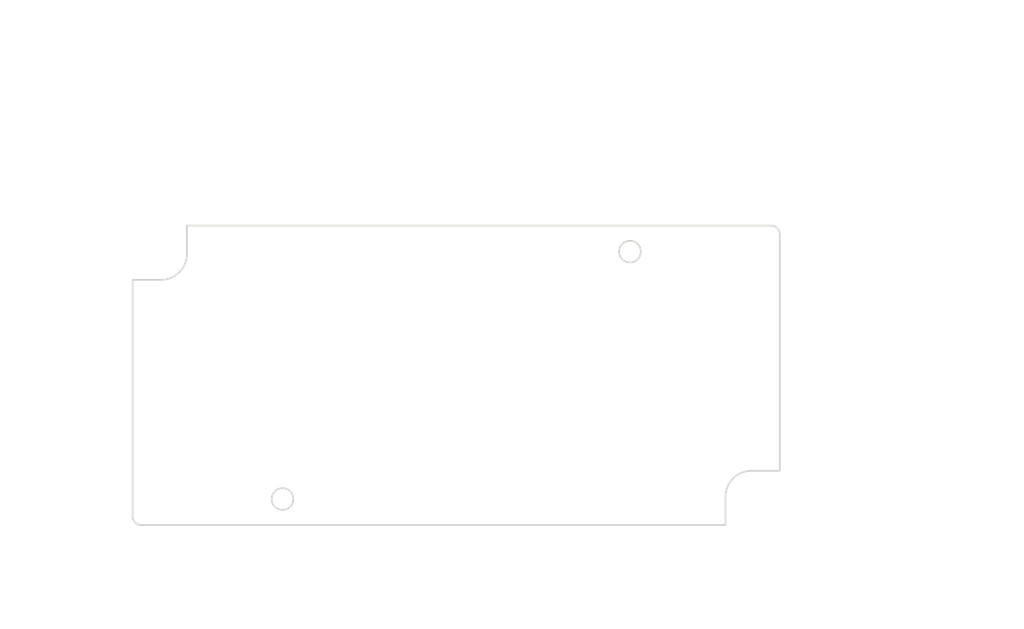
<source format=kicad_pcb>
(kicad_pcb (version 20171130) (host pcbnew "(5.1.0)-1")

  (general
    (thickness 1.6)
    (drawings 70)
    (tracks 0)
    (zones 0)
    (modules 0)
    (nets 1)
  )

  (page A4)
  (layers
    (0 F.Cu signal)
    (31 B.Cu signal)
    (32 B.Adhes user)
    (33 F.Adhes user)
    (34 B.Paste user)
    (35 F.Paste user)
    (36 B.SilkS user)
    (37 F.SilkS user)
    (38 B.Mask user)
    (39 F.Mask user)
    (40 Dwgs.User user)
    (41 Cmts.User user)
    (42 Eco1.User user)
    (43 Eco2.User user)
    (44 Edge.Cuts user)
    (45 Margin user)
    (46 B.CrtYd user)
    (47 F.CrtYd user)
    (48 B.Fab user)
    (49 F.Fab user)
  )

  (setup
    (last_trace_width 0.25)
    (trace_clearance 0.2)
    (zone_clearance 0.508)
    (zone_45_only no)
    (trace_min 0.2)
    (via_size 0.8)
    (via_drill 0.4)
    (via_min_size 0.4)
    (via_min_drill 0.3)
    (uvia_size 0.3)
    (uvia_drill 0.1)
    (uvias_allowed no)
    (uvia_min_size 0.2)
    (uvia_min_drill 0.1)
    (edge_width 0.05)
    (segment_width 0.2)
    (pcb_text_width 0.3)
    (pcb_text_size 1.5 1.5)
    (mod_edge_width 0.12)
    (mod_text_size 1 1)
    (mod_text_width 0.15)
    (pad_size 1.524 1.524)
    (pad_drill 0.762)
    (pad_to_mask_clearance 0.051)
    (solder_mask_min_width 0.25)
    (aux_axis_origin 0 0)
    (visible_elements FFFFFF7F)
    (pcbplotparams
      (layerselection 0x010fc_ffffffff)
      (usegerberextensions false)
      (usegerberattributes false)
      (usegerberadvancedattributes false)
      (creategerberjobfile false)
      (excludeedgelayer true)
      (linewidth 0.152400)
      (plotframeref false)
      (viasonmask false)
      (mode 1)
      (useauxorigin false)
      (hpglpennumber 1)
      (hpglpenspeed 20)
      (hpglpendiameter 15.000000)
      (psnegative false)
      (psa4output false)
      (plotreference true)
      (plotvalue true)
      (plotinvisibletext false)
      (padsonsilk false)
      (subtractmaskfromsilk false)
      (outputformat 1)
      (mirror false)
      (drillshape 1)
      (scaleselection 1)
      (outputdirectory ""))
  )

  (net 0 "")

  (net_class Default "This is the default net class."
    (clearance 0.2)
    (trace_width 0.25)
    (via_dia 0.8)
    (via_drill 0.4)
    (uvia_dia 0.3)
    (uvia_drill 0.1)
  )

  (gr_line (start 176.902012 119.142606) (end 109.652012 119.142606) (layer Edge.Cuts) (width 0.2))
  (gr_arc (start 109.652012 118.142606) (end 108.652012 118.142606) (angle -90) (layer Edge.Cuts) (width 0.2))
  (gr_line (start 108.652012 118.142606) (end 108.652012 90.892606) (layer Edge.Cuts) (width 0.2))
  (gr_line (start 108.652012 90.892606) (end 111.902012 90.892606) (layer Edge.Cuts) (width 0.2))
  (gr_arc (start 111.902012 87.892606) (end 111.902012 90.892606) (angle -90) (layer Edge.Cuts) (width 0.2))
  (gr_line (start 114.902012 87.892606) (end 114.902012 84.642606) (layer Edge.Cuts) (width 0.2))
  (gr_line (start 114.902012 84.642606) (end 182.152012 84.642606) (layer Edge.Cuts) (width 0.2))
  (gr_arc (start 182.152012 85.642606) (end 183.152012 85.642606) (angle -90) (layer Edge.Cuts) (width 0.2))
  (gr_line (start 183.152012 85.642606) (end 183.152012 112.892606) (layer Edge.Cuts) (width 0.2))
  (gr_line (start 183.152012 112.892606) (end 179.902012 112.892606) (layer Edge.Cuts) (width 0.2))
  (gr_arc (start 179.902012 115.892606) (end 179.902012 112.892606) (angle -90) (layer Edge.Cuts) (width 0.2))
  (gr_line (start 176.902012 115.892606) (end 176.902012 119.142606) (layer Edge.Cuts) (width 0.2))
  (gr_circle (center 165.902012 87.642606) (end 167.152012 87.642606) (layer Edge.Cuts) (width 0.2))
  (gr_circle (center 125.902012 116.142606) (end 127.152012 116.142606) (layer Edge.Cuts) (width 0.2))
  (gr_text [1.11] (at 198.654546 97.907067) (layer Dwgs.User)
    (effects (font (size 1.7 1.53) (thickness 0.2125)))
  )
  (gr_text " 28.25" (at 198.654546 94.349632) (layer Dwgs.User)
    (effects (font (size 1.7 1.53) (thickness 0.2125)))
  )
  (gr_line (start 198.654546 110.892606) (end 198.654546 99.575041) (layer Dwgs.User) (width 0.2))
  (gr_line (start 198.654546 86.642606) (end 198.654546 92.460171) (layer Dwgs.User) (width 0.2))
  (gr_line (start 184.152012 112.892606) (end 201.829546 112.892606) (layer Dwgs.User) (width 0.2))
  (gr_line (start 183.152012 84.642606) (end 201.829546 84.642606) (layer Dwgs.User) (width 0.2))
  (gr_text [1.36] (at 207.248876 104.399128) (layer Dwgs.User)
    (effects (font (size 1.7 1.53) (thickness 0.2125)))
  )
  (gr_text " 34.50" (at 207.248876 100.841113) (layer Dwgs.User)
    (effects (font (size 1.7 1.53) (thickness 0.2125)))
  )
  (gr_line (start 207.248876 117.142606) (end 207.248876 106.067682) (layer Dwgs.User) (width 0.2))
  (gr_line (start 207.248876 86.642606) (end 207.248876 98.951651) (layer Dwgs.User) (width 0.2))
  (gr_line (start 177.902012 119.142606) (end 210.423876 119.142606) (layer Dwgs.User) (width 0.2))
  (gr_line (start 183.152012 84.642606) (end 210.423876 84.642606) (layer Dwgs.User) (width 0.2))
  (gr_text [R0.04] (at 97.884898 125.100934) (layer Dwgs.User)
    (effects (font (size 1.7 1.53) (thickness 0.2125)))
  )
  (gr_text " R1.00" (at 97.884898 121.543499) (layer Dwgs.User)
    (effects (font (size 1.7 1.53) (thickness 0.2125)))
  )
  (gr_line (start 104.355669 123.211473) (end 107.484659 120.216872) (layer Dwgs.User) (width 0.2))
  (gr_line (start 102.355669 123.211473) (end 104.355669 123.211473) (layer Dwgs.User) (width 0.2))
  (gr_text [R0.12] (at 124.021167 93.916769) (layer Dwgs.User)
    (effects (font (size 1.7 1.53) (thickness 0.2125)))
  )
  (gr_text " R3.00" (at 124.021167 90.358754) (layer Dwgs.User)
    (effects (font (size 1.7 1.53) (thickness 0.2125)))
  )
  (gr_line (start 117.550396 92.027308) (end 115.936572 90.845964) (layer Dwgs.User) (width 0.2))
  (gr_line (start 119.550396 92.027308) (end 117.550396 92.027308) (layer Dwgs.User) (width 0.2))
  (gr_text [.12] (at 188.459144 78.559735) (layer Dwgs.User)
    (effects (font (size 1.7 1.53) (thickness 0.2125)))
  )
  (gr_text " 3.00" (at 188.459144 75.00172) (layer Dwgs.User)
    (effects (font (size 1.7 1.53) (thickness 0.2125)))
  )
  (gr_line (start 183.074935 76.670274) (end 185.074935 76.670274) (layer Dwgs.User) (width 0.2))
  (gr_line (start 183.074935 82.642606) (end 183.074935 76.670274) (layer Dwgs.User) (width 0.2))
  (gr_line (start 166.902012 87.642606) (end 186.249935 87.642606) (layer Dwgs.User) (width 0.2))
  (gr_line (start 183.152012 84.642606) (end 186.249935 84.642606) (layer Dwgs.User) (width 0.2))
  (gr_text [.68] (at 174.652012 81.920448) (layer Dwgs.User)
    (effects (font (size 1.7 1.53) (thickness 0.2125)))
  )
  (gr_text " 17.25" (at 174.652012 78.363012) (layer Dwgs.User)
    (effects (font (size 1.7 1.53) (thickness 0.2125)))
  )
  (gr_line (start 167.902012 80.030986) (end 170.598124 80.030986) (layer Dwgs.User) (width 0.2))
  (gr_line (start 181.152012 80.030986) (end 178.7059 80.030986) (layer Dwgs.User) (width 0.2))
  (gr_line (start 165.902012 86.642606) (end 165.902012 76.855986) (layer Dwgs.User) (width 0.2))
  (gr_line (start 183.152012 84.642606) (end 183.152012 76.855986) (layer Dwgs.User) (width 0.2))
  (gr_text [1.57] (at 147.46462 129.758027) (layer Dwgs.User)
    (effects (font (size 1.7 1.53) (thickness 0.2125)))
  )
  (gr_text " 40.00" (at 147.46462 126.200592) (layer Dwgs.User)
    (effects (font (size 1.7 1.53) (thickness 0.2125)))
  )
  (gr_line (start 127.902012 127.868566) (end 143.420009 127.868566) (layer Dwgs.User) (width 0.2))
  (gr_line (start 163.902012 127.868566) (end 151.509231 127.868566) (layer Dwgs.User) (width 0.2))
  (gr_line (start 125.902012 117.142606) (end 125.902012 131.043566) (layer Dwgs.User) (width 0.2))
  (gr_line (start 165.902012 88.642606) (end 165.902012 131.043566) (layer Dwgs.User) (width 0.2))
  (gr_text [1.12] (at 97.902012 101.282067) (layer Dwgs.User)
    (effects (font (size 1.7 1.53) (thickness 0.2125)))
  )
  (gr_text " 28.50" (at 97.902012 97.724632) (layer Dwgs.User)
    (effects (font (size 1.7 1.53) (thickness 0.2125)))
  )
  (gr_line (start 97.902012 114.142606) (end 97.902012 102.950041) (layer Dwgs.User) (width 0.2))
  (gr_line (start 97.902012 89.642606) (end 97.902012 95.835171) (layer Dwgs.User) (width 0.2))
  (gr_line (start 124.902012 116.142606) (end 94.727012 116.142606) (layer Dwgs.User) (width 0.2))
  (gr_line (start 164.902012 87.642606) (end 94.727012 87.642606) (layer Dwgs.User) (width 0.2))
  (gr_text [2.69] (at 134.027012 70.532067) (layer Dwgs.User)
    (effects (font (size 1.7 1.53) (thickness 0.2125)))
  )
  (gr_text " 68.25" (at 134.027012 66.974632) (layer Dwgs.User)
    (effects (font (size 1.7 1.53) (thickness 0.2125)))
  )
  (gr_line (start 181.152012 68.642606) (end 138.0809 68.642606) (layer Dwgs.User) (width 0.2))
  (gr_line (start 116.902012 68.642606) (end 129.973124 68.642606) (layer Dwgs.User) (width 0.2))
  (gr_line (start 183.152012 84.642606) (end 183.152012 65.467606) (layer Dwgs.User) (width 0.2))
  (gr_line (start 114.902012 83.642606) (end 114.902012 65.467606) (layer Dwgs.User) (width 0.2))
  (gr_text [2.93] (at 160.902012 63.81584) (layer Dwgs.User)
    (effects (font (size 1.7 1.53) (thickness 0.2125)))
  )
  (gr_text " 74.50" (at 160.902012 60.258405) (layer Dwgs.User)
    (effects (font (size 1.7 1.53) (thickness 0.2125)))
  )
  (gr_line (start 110.652012 61.926379) (end 156.857401 61.926379) (layer Dwgs.User) (width 0.2))
  (gr_line (start 181.152012 61.926379) (end 164.946623 61.926379) (layer Dwgs.User) (width 0.2))
  (gr_line (start 108.652012 89.892606) (end 108.652012 58.751379) (layer Dwgs.User) (width 0.2))
  (gr_line (start 183.152012 84.642606) (end 183.152012 58.751379) (layer Dwgs.User) (width 0.2))

)

</source>
